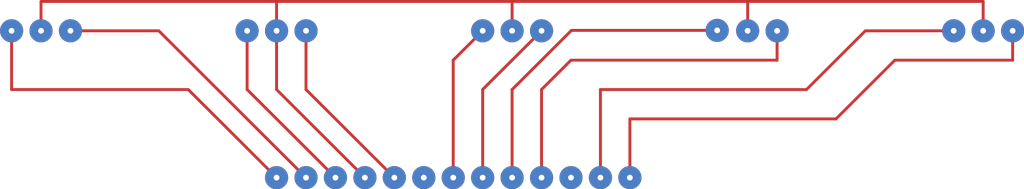
<source format=kicad_pcb>
(kicad_pcb (version 20211014) (generator pcbnew)

  (general
    (thickness 1.6)
  )

  (paper "A5")
  (layers
    (0 "F.Cu" signal)
    (31 "B.Cu" signal)
    (32 "B.Adhes" user "B.Adhesive")
    (33 "F.Adhes" user "F.Adhesive")
    (34 "B.Paste" user)
    (35 "F.Paste" user)
    (36 "B.SilkS" user "B.Silkscreen")
    (37 "F.SilkS" user "F.Silkscreen")
    (38 "B.Mask" user)
    (39 "F.Mask" user)
    (40 "Dwgs.User" user "User.Drawings")
    (41 "Cmts.User" user "User.Comments")
    (42 "Eco1.User" user "User.Eco1")
    (43 "Eco2.User" user "User.Eco2")
    (44 "Edge.Cuts" user)
    (45 "Margin" user)
    (46 "B.CrtYd" user "B.Courtyard")
    (47 "F.CrtYd" user "F.Courtyard")
    (48 "B.Fab" user)
    (49 "F.Fab" user)
    (50 "User.1" user)
    (51 "User.2" user)
    (52 "User.3" user)
    (53 "User.4" user)
    (54 "User.5" user)
    (55 "User.6" user)
    (56 "User.7" user)
    (57 "User.8" user)
    (58 "User.9" user)
  )

  (setup
    (stackup
      (layer "F.SilkS" (type "Top Silk Screen"))
      (layer "F.Paste" (type "Top Solder Paste"))
      (layer "F.Mask" (type "Top Solder Mask") (thickness 0.01))
      (layer "F.Cu" (type "copper") (thickness 0.035))
      (layer "dielectric 1" (type "core") (thickness 1.51) (material "FR4") (epsilon_r 4.5) (loss_tangent 0.02))
      (layer "B.Cu" (type "copper") (thickness 0.035))
      (layer "B.Mask" (type "Bottom Solder Mask") (thickness 0.01))
      (layer "B.Paste" (type "Bottom Solder Paste"))
      (layer "B.SilkS" (type "Bottom Silk Screen"))
      (copper_finish "None")
      (dielectric_constraints no)
    )
    (pad_to_mask_clearance 0)
    (pcbplotparams
      (layerselection 0x00010fc_ffffffff)
      (disableapertmacros false)
      (usegerberextensions false)
      (usegerberattributes true)
      (usegerberadvancedattributes true)
      (creategerberjobfile true)
      (svguseinch false)
      (svgprecision 6)
      (excludeedgelayer true)
      (plotframeref false)
      (viasonmask false)
      (mode 1)
      (useauxorigin false)
      (hpglpennumber 1)
      (hpglpenspeed 20)
      (hpglpendiameter 15.000000)
      (dxfpolygonmode true)
      (dxfimperialunits true)
      (dxfusepcbnewfont true)
      (psnegative false)
      (psa4output false)
      (plotreference true)
      (plotvalue true)
      (plotinvisibletext false)
      (sketchpadsonfab false)
      (subtractmaskfromsilk false)
      (outputformat 1)
      (mirror false)
      (drillshape 1)
      (scaleselection 1)
      (outputdirectory "")
    )
  )

  (net 0 "")

  (segment (start 104.14 20.32) (end 104.14 22.86) (width 0.25) (layer "F.Cu") (net 0) (tstamp 046a0afc-672c-4f27-8898-596c441a4fab))
  (segment (start 96.52 25.4) (end 106.68 25.4) (width 0.25) (layer "F.Cu") (net 0) (tstamp 0be430c7-ef92-4294-81d9-166248ab55be))
  (segment (start 43.18 27.94) (end 50.8 35.56) (width 0.25) (layer "F.Cu") (net 0) (tstamp 1076f64e-f905-4295-ba22-a2033f90045f))
  (segment (start 60.96 27.94) (end 66.04 22.86) (width 0.25) (layer "F.Cu") (net 0) (tstamp 1577f048-753f-4d52-a99a-144ee8c9179a))
  (segment (start 40.64 27.94) (end 48.26 35.56) (width 0.25) (layer "F.Cu") (net 0) (tstamp 16257ae2-38af-4563-a045-4f931e814269))
  (segment (start 63.5 22.86) (end 63.5 20.32) (width 0.25) (layer "F.Cu") (net 0) (tstamp 19ee674e-ab52-4b10-bdbf-d9adc8a7b83f))
  (segment (start 68.618711 22.821289) (end 81.192744 22.821289) (width 0.25) (layer "F.Cu") (net 0) (tstamp 1d4c1c81-d70a-4abb-94d9-2cd8d9c905c5))
  (segment (start 71.12 35.56) (end 71.12 27.94) (width 0.25) (layer "F.Cu") (net 0) (tstamp 3882eba2-bd89-442f-9f7b-bc0f42c19df8))
  (segment (start 25.4 22.86) (end 33.02 22.86) (width 0.25) (layer "F.Cu") (net 0) (tstamp 391190d5-3c4a-44d6-90bf-3d182221cdc4))
  (segment (start 20.32 22.86) (end 20.32 27.94) (width 0.25) (layer "F.Cu") (net 0) (tstamp 3b79d097-6fd5-45cc-bc91-af5c161aa67b))
  (segment (start 106.68 25.4) (end 106.68 22.86) (width 0.25) (layer "F.Cu") (net 0) (tstamp 3c080f8d-56bf-4e74-8344-d55d3b7b7b45))
  (segment (start 22.86 22.86) (end 22.86 20.32) (width 0.25) (layer "F.Cu") (net 0) (tstamp 3cd33c08-aca0-473f-b453-aa024c8b6fad))
  (segment (start 73.66 30.48) (end 91.44 30.48) (width 0.25) (layer "F.Cu") (net 0) (tstamp 3ddb2132-be50-453a-be34-901f3aa9a427))
  (segment (start 40.64 22.86) (end 40.64 27.94) (width 0.25) (layer "F.Cu") (net 0) (tstamp 54be7553-3bba-4686-9d03-ca50a1d022ed))
  (segment (start 83.82 20.32) (end 104.14 20.32) (width 0.25) (layer "F.Cu") (net 0) (tstamp 58c30f6a-f66b-4db0-b7d2-6ea5352525a2))
  (segment (start 45.72 27.94) (end 53.34 35.56) (width 0.25) (layer "F.Cu") (net 0) (tstamp 5b8dfa2d-cd79-49b3-8478-d8740e3fe498))
  (segment (start 35.56 27.94) (end 43.18 35.56) (width 0.25) (layer "F.Cu") (net 0) (tstamp 66c80c42-fb0b-4dd0-ab7d-1c78bd50f129))
  (segment (start 83.82 22.86) (end 83.82 20.32) (width 0.25) (layer "F.Cu") (net 0) (tstamp 681c8e64-6632-4d93-8a68-1a719fcd8182))
  (segment (start 73.66 35.56) (end 73.66 30.48) (width 0.25) (layer "F.Cu") (net 0) (tstamp 6a19da29-30a9-44b9-ba73-1d6ad125d6fd))
  (segment (start 68.58 25.4) (end 86.36 25.4) (width 0.25) (layer "F.Cu") (net 0) (tstamp 7109fd54-f431-4060-8cdf-63acb86243a3))
  (segment (start 33.02 22.86) (end 45.72 35.56) (width 0.25) (layer "F.Cu") (net 0) (tstamp 753e7e90-e74c-4576-8f3c-0515d7421cdf))
  (segment (start 88.9 27.94) (end 93.98 22.86) (width 0.25) (layer "F.Cu") (net 0) (tstamp 7c238515-57d4-4fb8-915e-435b4f2ac17c))
  (segment (start 71.12 27.94) (end 88.9 27.94) (width 0.25) (layer "F.Cu") (net 0) (tstamp 822c768d-394d-4c78-a19c-b5a35c363bd2))
  (segment (start 20.32 27.94) (end 35.56 27.94) (width 0.25) (layer "F.Cu") (net 0) (tstamp 899870c9-e0a1-4845-a866-01b3719abc7e))
  (segment (start 63.5 35.56) (end 63.5 27.94) (width 0.25) (layer "F.Cu") (net 0) (tstamp 8c9d5cd5-4e1a-435f-890a-adf5087879cd))
  (segment (start 45.72 22.86) (end 45.72 27.94) (width 0.25) (layer "F.Cu") (net 0) (tstamp 9e523203-1763-4d1c-b4de-e5fe4958aa99))
  (segment (start 66.04 35.56) (end 66.04 27.94) (width 0.25) (layer "F.Cu") (net 0) (tstamp a7c80ce6-9ed6-41b5-a132-1a5c2226398c))
  (segment (start 43.18 22.86) (end 43.18 20.32) (width 0.25) (layer "F.Cu") (net 0) (tstamp bf040da9-c6e6-4464-8174-b53481390d71))
  (segment (start 86.36 25.4) (end 86.36 22.86) (width 0.25) (layer "F.Cu") (net 0) (tstamp c236d2d6-6cb7-43a9-bc13-3b48b9481052))
  (segment (start 60.96 35.56) (end 60.96 27.94) (width 0.25) (layer "F.Cu") (net 0) (tstamp c2ee3c43-75b7-4ca6-98da-479d7e4952ba))
  (segment (start 63.5 20.32) (end 83.82 20.32) (width 0.25) (layer "F.Cu") (net 0) (tstamp c32bb02d-f181-4bce-a784-af4b4ce57da4))
  (segment (start 58.42 35.56) (end 58.42 25.4) (width 0.25) (layer "F.Cu") (net 0) (tstamp c6124986-e0d6-4190-b22b-0f34ac7c506e))
  (segment (start 91.44 30.48) (end 96.52 25.4) (width 0.25) (layer "F.Cu") (net 0) (tstamp cfffbf26-094c-43f1-ae6f-a8885940c971))
  (segment (start 66.04 27.94) (end 68.58 25.4) (width 0.25) (layer "F.Cu") (net 0) (tstamp d2a6378d-2796-4c52-8a58-c8354ea1f31a))
  (segment (start 93.98 22.86) (end 101.6 22.86) (width 0.25) (layer "F.Cu") (net 0) (tstamp d4768f14-f242-4fbf-9252-0a3e497f58f1))
  (segment (start 58.42 25.4) (end 60.96 22.86) (width 0.25) (layer "F.Cu") (net 0) (tstamp de26f2c9-4df0-41ed-b33d-b55196028db1))
  (segment (start 22.86 20.32) (end 63.5 20.32) (width 0.25) (layer "F.Cu") (net 0) (tstamp f2ea95a5-5195-4baa-9e45-c45c3dc8b312))
  (segment (start 63.5 27.94) (end 68.618711 22.821289) (width 0.25) (layer "F.Cu") (net 0) (tstamp fb5547f8-7838-43de-849d-0ee64f349ed6))
  (segment (start 43.18 22.86) (end 43.18 27.94) (width 0.25) (layer "F.Cu") (net 0) (tstamp fb733a9a-fb46-43a0-ae9a-a199f55e9dac))
  (via (at 106.68 22.86) (size 2) (drill 0.5) (layers "F.Cu" "B.Cu") (free) (net 0) (tstamp 0bd2c76a-8a11-4128-815a-3af93b7cfbd4))
  (via (at 60.96 35.56) (size 2) (drill 0.5) (layers "F.Cu" "B.Cu") (free) (net 0) (tstamp 1257e0db-ea48-4c50-adab-19e1d09f40b0))
  (via (at 20.32 22.86) (size 2) (drill 0.5) (layers "F.Cu" "B.Cu") (free) (net 0) (tstamp 14ffd5b7-1d70-4f8f-a190-ea211e1ac584))
  (via (at 50.8 35.56) (size 2) (drill 0.5) (layers "F.Cu" "B.Cu") (free) (net 0) (tstamp 2915fe41-3588-4897-85f4-461107684682))
  (via (at 81.192744 22.821289) (size 2) (drill 0.5) (layers "F.Cu" "B.Cu") (free) (net 0) (tstamp 2c1a5684-2142-4569-aff8-c985217260c7))
  (via (at 86.36 22.86) (size 2) (drill 0.5) (layers "F.Cu" "B.Cu") (free) (net 0) (tstamp 2dd3a790-0439-4224-87e4-55e4d4515ed1))
  (via (at 22.86 22.86) (size 2) (drill 0.5) (layers "F.Cu" "B.Cu") (free) (net 0) (tstamp 38d76fe5-2d50-4749-b842-dbbc93c2f739))
  (via (at 43.18 35.56) (size 2) (drill 0.5) (layers "F.Cu" "B.Cu") (free) (net 0) (tstamp 48fc374c-0f4f-41d9-bf78-666e71ff3da7))
  (via (at 48.26 35.56) (size 2) (drill 0.5) (layers "F.Cu" "B.Cu") (free) (net 0) (tstamp 548f1018-5670-4964-a867-5b2364fdb7f3))
  (via (at 43.18 22.86) (size 2) (drill 0.5) (layers "F.Cu" "B.Cu") (free) (net 0) (tstamp 6055faff-94a4-4974-891e-0db6a5e354e2))
  (via (at 66.04 35.56) (size 2) (drill 0.5) (layers "F.Cu" "B.Cu") (free) (net 0) (tstamp 62c33b9a-0d3e-48bd-8406-3bb95f2170c2))
  (via (at 58.42 35.56) (size 2) (drill 0.5) (layers "F.Cu" "B.Cu") (free) (net 0) (tstamp 6d1c372a-c1fa-4499-a45f-071c5221bff2))
  (via (at 83.82 22.86) (size 2) (drill 0.5) (layers "F.Cu" "B.Cu") (free) (net 0) (tstamp 6d42c358-dbe4-47c0-8fa0-08e715a229c3))
  (via (at 63.5 35.56) (size 2) (drill 0.5) (layers "F.Cu" "B.Cu") (free) (net 0) (tstamp 6e1da6a4-6e1a-4453-a52e-8ef3ed5cdf34))
  (via (at 55.88 35.56) (size 2) (drill 0.5) (layers "F.Cu" "B.Cu") (free) (net 0) (tstamp 799e837c-99e0-45bf-922c-5e702208dce7))
  (via (at 45.72 22.86) (size 2) (drill 0.5) (layers "F.Cu" "B.Cu") (free) (net 0) (tstamp 9d74f7dd-c4fb-4b9e-b19a-730704c6a1d9))
  (via (at 101.6 22.86) (size 2) (drill 0.5) (layers "F.Cu" "B.Cu") (free) (net 0) (tstamp a2018eae-44d1-415f-bf89-9c8a5aa64ad4))
  (via (at 45.72 35.56) (size 2) (drill 0.5) (layers "F.Cu" "B.Cu") (free) (net 0) (tstamp a71dfc9a-9483-4086-8b47-9341f403f896))
  (via (at 73.66 35.56) (size 2) (drill 0.5) (layers "F.Cu" "B.Cu") (free) (net 0) (tstamp acbc7ce5-00e6-43e3-baa1-0dc0345fe3cf))
  (via (at 104.14 22.86) (size 2) (drill 0.5) (layers "F.Cu" "B.Cu") (free) (net 0) (tstamp ad0f557b-8848-447f-8564-bfcaeed91758))
  (via (at 40.64 22.86) (size 2) (drill 0.5) (layers "F.Cu" "B.Cu") (free) (net 0) (tstamp b8a25b9a-763e-48ba-81c7-a97d5ef6dd04))
  (via (at 60.96 22.86) (size 2) (drill 0.5) (layers "F.Cu" "B.Cu") (free) (net 0) (tstamp c70ae674-e413-4128-ae5e-ed8b29e6ea5e))
  (via (at 53.34 35.56) (size 2) (drill 0.5) (layers "F.Cu" "B.Cu") (free) (net 0) (tstamp d99f03ed-8f6d-4520-9b79-96ad733c9599))
  (via (at 63.5 22.86) (size 2) (drill 0.5) (layers "F.Cu" "B.Cu") (free) (net 0) (tstamp e56b4537-bd0c-4afa-80f8-747870d76d7d))
  (via (at 68.58 35.56) (size 2) (drill 0.5) (layers "F.Cu" "B.Cu") (free) (net 0) (tstamp ef479aa6-9c46-4fcb-9372-eef22a88c880))
  (via (at 66.04 22.86) (size 2) (drill 0.5) (layers "F.Cu" "B.Cu") (free) (net 0) (tstamp ef757e22-79c6-4c0d-9bbd-5a0732ac41e1))
  (via (at 25.4 22.86) (size 2) (drill 0.5) (layers "F.Cu" "B.Cu") (free) (net 0) (tstamp ef91a83b-7664-4553-af8c-8a2175cffcea))
  (via (at 71.12 35.56) (size 2) (drill 0.5) (layers "F.Cu" "B.Cu") (free) (net 0) (tstamp f88a4c80-056c-4555-8879-3a8d6c30da5f))

)

</source>
